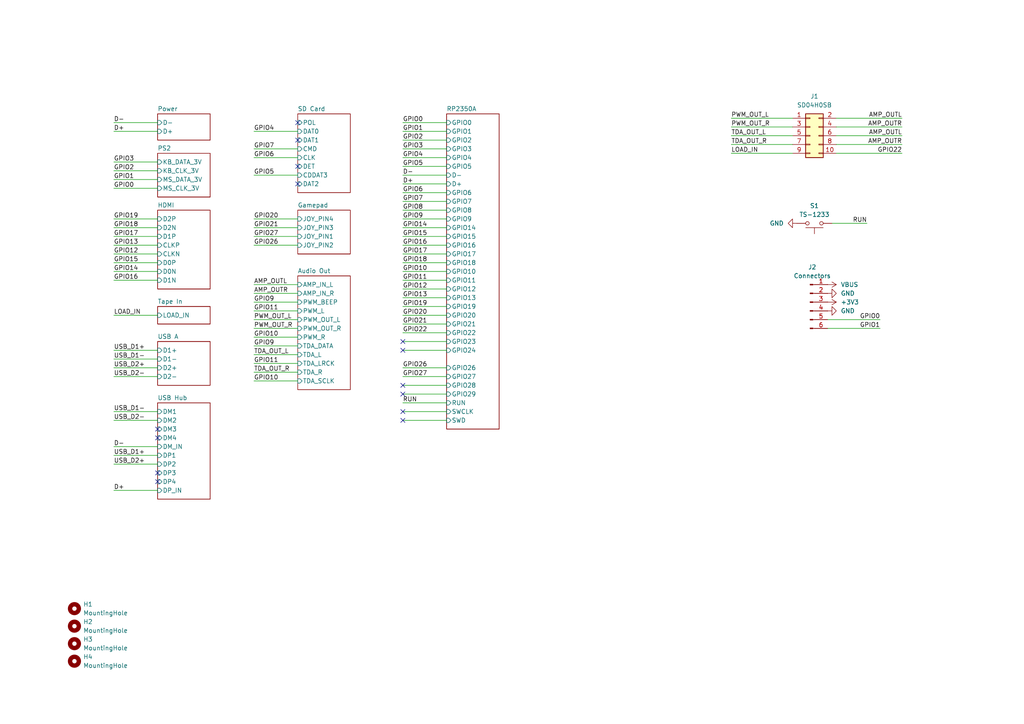
<source format=kicad_sch>
(kicad_sch (version 20250114) (generator "eeschema") (generator_version "9.0")
  (paper "A4")
  (title_block (title "MiniFRANK RM24") (date "2025-03-14") (rev "1.00") (company "Mikhail Matveev") (comment 1 "https://github.com/xtremespb/frank"))
  (lib_symbols
    (symbol "Connector:Conn_01x06_Pin" (pin_names (offset 1.016) (hide yes))
      (property "Reference" "J" (at 0 7.62 0))
      (property "Value" "Conn_01x06_Pin" (at 0 -10.16 0))
      (symbol "Conn_01x06_Pin_1_1"
        (rectangle (start 0.8636 5.207) (end 0 4.953) (stroke (width 0.1524)) (fill (type outline)))
        (rectangle (start 0.8636 2.667) (end 0 2.413) (stroke (width 0.1524)) (fill (type outline)))
        (rectangle (start 0.8636 0.127) (end 0 -0.127) (stroke (width 0.1524)) (fill (type outline)))
        (rectangle (start 0.8636 -2.413) (end 0 -2.667) (stroke (width 0.1524)) (fill (type outline)))
        (rectangle (start 0.8636 -4.953) (end 0 -5.207) (stroke (width 0.1524)) (fill (type outline)))
        (rectangle (start 0.8636 -7.493) (end 0 -7.747) (stroke (width 0.1524)) (fill (type outline)))
        (polyline (pts (xy 1.27 5.08) (xy 0.8636 5.08)) (stroke (width 0.1524)))
        (polyline (pts (xy 1.27 2.54) (xy 0.8636 2.54)) (stroke (width 0.1524)))
        (polyline (pts (xy 1.27 0) (xy 0.8636 0)) (stroke (width 0.1524)))
        (polyline (pts (xy 1.27 -2.54) (xy 0.8636 -2.54)) (stroke (width 0.1524)))
        (polyline (pts (xy 1.27 -5.08) (xy 0.8636 -5.08)) (stroke (width 0.1524)))
        (polyline (pts (xy 1.27 -7.62) (xy 0.8636 -7.62)) (stroke (width 0.1524)))
        (pin passive line (at 5.08 5.08 180) (length 3.81) (name "Pin_1") (number "1"))
        (pin passive line (at 5.08 2.54 180) (length 3.81) (name "Pin_2") (number "2"))
        (pin passive line (at 5.08 0 180) (length 3.81) (name "Pin_3") (number "3"))
        (pin passive line (at 5.08 -2.54 180) (length 3.81) (name "Pin_4") (number "4"))
        (pin passive line (at 5.08 -5.08 180) (length 3.81) (name "Pin_5") (number "5"))
        (pin passive line (at 5.08 -7.62 180) (length 3.81) (name "Pin_6") (number "6"))
      )
    )
    (symbol "Connector_Generic:Conn_02x05_Odd_Even" (pin_names (offset 1.016) (hide yes))
      (property "Reference" "J" (at 1.27 7.62 0))
      (property "Value" "Conn_02x05_Odd_Even" (at 1.27 -7.62 0))
      (symbol "Conn_02x05_Odd_Even_1_1"
        (rectangle (start -1.27 6.35) (end 3.81 -6.35) (stroke (width 0.254)) (fill (type background)))
        (rectangle (start -1.27 5.207) (end 0 4.953) (stroke (width 0.1524)))
        (rectangle (start -1.27 2.667) (end 0 2.413) (stroke (width 0.1524)))
        (rectangle (start -1.27 0.127) (end 0 -0.127) (stroke (width 0.1524)))
        (rectangle (start -1.27 -2.413) (end 0 -2.667) (stroke (width 0.1524)))
        (rectangle (start -1.27 -4.953) (end 0 -5.207) (stroke (width 0.1524)))
        (rectangle (start 3.81 5.207) (end 2.54 4.953) (stroke (width 0.1524)))
        (rectangle (start 3.81 2.667) (end 2.54 2.413) (stroke (width 0.1524)))
        (rectangle (start 3.81 0.127) (end 2.54 -0.127) (stroke (width 0.1524)))
        (rectangle (start 3.81 -2.413) (end 2.54 -2.667) (stroke (width 0.1524)))
        (rectangle (start 3.81 -4.953) (end 2.54 -5.207) (stroke (width 0.1524)))
        (pin passive line (at -5.08 5.08 0) (length 3.81) (name "Pin_1") (number "1"))
        (pin passive line (at -5.08 2.54 0) (length 3.81) (name "Pin_3") (number "3"))
        (pin passive line (at -5.08 0 0) (length 3.81) (name "Pin_5") (number "5"))
        (pin passive line (at -5.08 -2.54 0) (length 3.81) (name "Pin_7") (number "7"))
        (pin passive line (at -5.08 -5.08 0) (length 3.81) (name "Pin_9") (number "9"))
        (pin passive line (at 7.62 5.08 180) (length 3.81) (name "Pin_2") (number "2"))
        (pin passive line (at 7.62 2.54 180) (length 3.81) (name "Pin_4") (number "4"))
        (pin passive line (at 7.62 0 180) (length 3.81) (name "Pin_6") (number "6"))
        (pin passive line (at 7.62 -2.54 180) (length 3.81) (name "Pin_8") (number "8"))
        (pin passive line (at 7.62 -5.08 180) (length 3.81) (name "Pin_10") (number "10"))
      )
    )
    (symbol "GND_1" (power) (pin_numbers (hide yes)) (pin_names (offset 0) (hide yes))
      (property "Value" "GND" (at 0 -3.81 0))
      (symbol "GND_1_0_1"
        (polyline (pts (xy 0 0) (xy 0 -1.27) (xy 1.27 -1.27) (xy 0 -2.54) (xy -1.27 -1.27) (xy 0 -1.27)))
      )
      (symbol "GND_1_1_1"
        (pin power_in line (at 0 0 270) (length 0) (name "~") (number "1"))
      )
    )
    (symbol "Mechanical:MountingHole" (pin_names (offset 1.016)) (exclude_from_sim yes) (in_bom no)
      (property "Reference" "H" (at 0 5.08 0))
      (property "Value" "MountingHole" (at 0 3.175 0))
      (symbol "MountingHole_0_1"
        (circle (center 0 0) (radius 1.27) (stroke (width 1.27)))
      )
    )
    (symbol "Switch:SW_Push" (pin_numbers (hide yes)) (pin_names (offset 1.016) (hide yes))
      (property "Reference" "SW" (at 1.27 2.54 0))
      (property "Value" "SW_Push" (at 0 -1.524 0))
      (symbol "SW_Push_0_1"
        (circle (center -2.032 0) (radius 0.508))
        (polyline (pts (xy 0 1.27) (xy 0 3.048)))
        (circle (center 2.032 0) (radius 0.508))
        (polyline (pts (xy 2.54 1.27) (xy -2.54 1.27)))
        (pin passive line (at -5.08 0 0) (length 2.54) (name "1") (number "1"))
        (pin passive line (at 5.08 0 180) (length 2.54) (name "2") (number "2"))
      )
    )
    (symbol "power:+3V3" (power) (pin_numbers (hide yes)) (pin_names (offset 0) (hide yes))
      (property "Value" "+3V3" (at 0 3.556 0))
      (symbol "+3V3_0_1"
        (polyline (pts (xy -0.762 1.27) (xy 0 2.54)))
        (polyline (pts (xy 0 2.54) (xy 0.762 1.27)))
        (polyline (pts (xy 0 0) (xy 0 2.54)))
      )
      (symbol "+3V3_1_1"
        (pin power_in line (at 0 0 90) (length 0) (name "~") (number "1"))
      )
    )
    (symbol "power:GND" (power) (pin_numbers (hide yes)) (pin_names (offset 0) (hide yes))
      (property "Value" "GND" (at 0 -3.81 0))
      (symbol "GND_0_1"
        (polyline (pts (xy 0 0) (xy 0 -1.27) (xy 1.27 -1.27) (xy 0 -2.54) (xy -1.27 -1.27) (xy 0 -1.27)))
      )
      (symbol "GND_1_1"
        (pin power_in line (at 0 0 270) (length 0) (name "~") (number "1"))
      )
    )
    (symbol "power:VBUS" (power) (pin_numbers (hide yes)) (pin_names (offset 0) (hide yes))
      (property "Value" "VBUS" (at 0 3.556 0))
      (symbol "VBUS_0_1"
        (polyline (pts (xy -0.762 1.27) (xy 0 2.54)))
        (polyline (pts (xy 0 2.54) (xy 0.762 1.27)))
        (polyline (pts (xy 0 0) (xy 0 2.54)))
      )
      (symbol "VBUS_1_1"
        (pin power_in line (at 0 0 90) (length 0) (name "~") (number "1"))
      )
    )
  )
  (no_connect (at 45.72 139.7))
  (no_connect (at 116.84 99.06))
  (no_connect (at 86.36 53.34))
  (no_connect (at 45.72 137.16))
  (no_connect (at 116.84 119.38))
  (no_connect (at 116.84 101.6))
  (no_connect (at 45.72 127))
  (no_connect (at 86.36 40.64))
  (no_connect (at 45.72 124.46))
  (no_connect (at 86.36 48.26))
  (no_connect (at 86.36 35.56))
  (no_connect (at 116.84 111.76))
  (no_connect (at 116.84 114.3))
  (no_connect (at 116.84 121.92))
  (wire (pts (xy 116.84 81.28) (xy 129.54 81.28)))
  (wire (pts (xy 116.84 38.1) (xy 129.54 38.1)))
  (wire (pts (xy 33.02 121.92) (xy 45.72 121.92)))
  (wire (pts (xy 73.66 110.49) (xy 86.36 110.49)))
  (wire (pts (xy 116.84 114.3) (xy 129.54 114.3)))
  (wire (pts (xy 116.84 60.96) (xy 129.54 60.96)))
  (wire (pts (xy 116.84 91.44) (xy 129.54 91.44)))
  (wire (pts (xy 33.02 142.24) (xy 45.72 142.24)))
  (wire (pts (xy 212.09 41.91) (xy 229.87 41.91)))
  (wire (pts (xy 116.84 63.5) (xy 129.54 63.5)))
  (wire (pts (xy 33.02 81.28) (xy 45.72 81.28)))
  (wire (pts (xy 241.3 64.77) (xy 251.46 64.77)))
  (wire (pts (xy 73.66 82.55) (xy 86.36 82.55)))
  (wire (pts (xy 33.02 54.61) (xy 45.72 54.61)))
  (wire (pts (xy 33.02 129.54) (xy 45.72 129.54)))
  (wire (pts (xy 116.84 106.68) (xy 129.54 106.68)))
  (wire (pts (xy 73.66 85.09) (xy 86.36 85.09)))
  (wire (pts (xy 33.02 76.2) (xy 45.72 76.2)))
  (wire (pts (xy 33.02 66.04) (xy 45.72 66.04)))
  (wire (pts (xy 33.02 46.99) (xy 45.72 46.99)))
  (wire (pts (xy 116.84 109.22) (xy 129.54 109.22)))
  (wire (pts (xy 33.02 63.5) (xy 45.72 63.5)))
  (wire (pts (xy 33.02 71.12) (xy 45.72 71.12)))
  (wire (pts (xy 116.84 50.8) (xy 129.54 50.8)))
  (wire (pts (xy 73.66 102.87) (xy 86.36 102.87)))
  (wire (pts (xy 73.66 43.18) (xy 86.36 43.18)))
  (wire (pts (xy 212.09 44.45) (xy 229.87 44.45)))
  (wire (pts (xy 116.84 116.84) (xy 129.54 116.84)))
  (wire (pts (xy 73.66 105.41) (xy 86.36 105.41)))
  (wire (pts (xy 33.02 106.68) (xy 45.72 106.68)))
  (wire (pts (xy 33.02 109.22) (xy 45.72 109.22)))
  (wire (pts (xy 73.66 95.25) (xy 86.36 95.25)))
  (wire (pts (xy 116.84 121.92) (xy 129.54 121.92)))
  (wire (pts (xy 33.02 104.14) (xy 45.72 104.14)))
  (wire (pts (xy 33.02 91.44) (xy 45.72 91.44)))
  (wire (pts (xy 73.66 87.63) (xy 86.36 87.63)))
  (wire (pts (xy 33.02 38.1) (xy 45.72 38.1)))
  (wire (pts (xy 116.84 86.36) (xy 129.54 86.36)))
  (wire (pts (xy 116.84 101.6) (xy 129.54 101.6)))
  (wire (pts (xy 116.84 48.26) (xy 129.54 48.26)))
  (wire (pts (xy 33.02 49.53) (xy 45.72 49.53)))
  (wire (pts (xy 116.84 96.52) (xy 129.54 96.52)))
  (wire (pts (xy 116.84 35.56) (xy 129.54 35.56)))
  (wire (pts (xy 73.66 68.58) (xy 86.36 68.58)))
  (wire (pts (xy 116.84 76.2) (xy 129.54 76.2)))
  (wire (pts (xy 116.84 55.88) (xy 129.54 55.88)))
  (wire (pts (xy 33.02 35.56) (xy 45.72 35.56)))
  (wire (pts (xy 33.02 68.58) (xy 45.72 68.58)))
  (wire (pts (xy 242.57 36.83) (xy 261.62 36.83)))
  (wire (pts (xy 33.02 119.38) (xy 45.72 119.38)))
  (wire (pts (xy 116.84 93.98) (xy 129.54 93.98)))
  (wire (pts (xy 33.02 78.74) (xy 45.72 78.74)))
  (wire (pts (xy 73.66 63.5) (xy 86.36 63.5)))
  (wire (pts (xy 116.84 45.72) (xy 129.54 45.72)))
  (wire (pts (xy 116.84 58.42) (xy 129.54 58.42)))
  (wire (pts (xy 73.66 38.1) (xy 86.36 38.1)))
  (wire (pts (xy 73.66 66.04) (xy 86.36 66.04)))
  (wire (pts (xy 116.84 53.34) (xy 129.54 53.34)))
  (wire (pts (xy 116.84 88.9) (xy 129.54 88.9)))
  (wire (pts (xy 116.84 43.18) (xy 129.54 43.18)))
  (wire (pts (xy 73.66 97.79) (xy 86.36 97.79)))
  (wire (pts (xy 242.57 34.29) (xy 261.62 34.29)))
  (wire (pts (xy 73.66 90.17) (xy 86.36 90.17)))
  (wire (pts (xy 33.02 132.08) (xy 45.72 132.08)))
  (wire (pts (xy 240.03 95.25) (xy 255.27 95.25)))
  (wire (pts (xy 33.02 134.62) (xy 45.72 134.62)))
  (wire (pts (xy 116.84 68.58) (xy 129.54 68.58)))
  (wire (pts (xy 116.84 40.64) (xy 129.54 40.64)))
  (wire (pts (xy 212.09 36.83) (xy 229.87 36.83)))
  (wire (pts (xy 116.84 99.06) (xy 129.54 99.06)))
  (wire (pts (xy 33.02 73.66) (xy 45.72 73.66)))
  (wire (pts (xy 116.84 119.38) (xy 129.54 119.38)))
  (wire (pts (xy 73.66 71.12) (xy 86.36 71.12)))
  (wire (pts (xy 33.02 52.07) (xy 45.72 52.07)))
  (wire (pts (xy 212.09 39.37) (xy 229.87 39.37)))
  (wire (pts (xy 242.57 39.37) (xy 261.62 39.37)))
  (wire (pts (xy 242.57 44.45) (xy 261.62 44.45)))
  (wire (pts (xy 116.84 71.12) (xy 129.54 71.12)))
  (wire (pts (xy 73.66 50.8) (xy 86.36 50.8)))
  (wire (pts (xy 73.66 100.33) (xy 86.36 100.33)))
  (wire (pts (xy 240.03 92.71) (xy 255.27 92.71)))
  (wire (pts (xy 242.57 41.91) (xy 261.62 41.91)))
  (wire (pts (xy 116.84 66.04) (xy 129.54 66.04)))
  (wire (pts (xy 212.09 34.29) (xy 229.87 34.29)))
  (wire (pts (xy 116.84 73.66) (xy 129.54 73.66)))
  (wire (pts (xy 73.66 45.72) (xy 86.36 45.72)))
  (wire (pts (xy 73.66 92.71) (xy 86.36 92.71)))
  (wire (pts (xy 73.66 107.95) (xy 86.36 107.95)))
  (wire (pts (xy 116.84 111.76) (xy 129.54 111.76)))
  (wire (pts (xy 33.02 101.6) (xy 45.72 101.6)))
  (wire (pts (xy 116.84 83.82) (xy 129.54 83.82)))
  (wire (pts (xy 116.84 78.74) (xy 129.54 78.74)))
  (label "GPIO6" (at 73.66 45.72 0))
  (label "GPIO8" (at 116.84 60.96 0))
  (label "PWM_OUT_L" (at 73.66 92.71 0))
  (label "GPIO19" (at 116.84 88.9 0))
  (label "GPIO26" (at 73.66 71.12 0))
  (label "GPIO16" (at 116.84 71.12 0))
  (label "D+" (at 33.02 38.1 0))
  (label "GPIO9" (at 116.84 63.5 0))
  (label "AMP_OUTR" (at 261.62 41.91 180))
  (label "GPIO5" (at 116.84 48.26 0))
  (label "GPIO18" (at 33.02 66.04 0))
  (label "GPIO12" (at 116.84 83.82 0))
  (label "GPIO22" (at 116.84 96.52 0))
  (label "RUN" (at 116.84 116.84 0))
  (label "GPIO13" (at 33.02 71.12 0))
  (label "GPIO10" (at 73.66 110.49 0))
  (label "GPIO11" (at 73.66 105.41 0))
  (label "USB_D2+" (at 33.02 106.68 0))
  (label "LOAD_IN" (at 212.09 44.45 0))
  (label "D-" (at 33.02 129.54 0))
  (label "GPIO18" (at 116.84 76.2 0))
  (label "USB_D2-" (at 33.02 109.22 0))
  (label "USB_D2+" (at 33.02 134.62 0))
  (label "PWM_OUT_R" (at 73.66 95.25 0))
  (label "GPIO11" (at 116.84 81.28 0))
  (label "GPIO10" (at 73.66 97.79 0))
  (label "USB_D1+" (at 33.02 132.08 0))
  (label "GPIO16" (at 33.02 81.28 0))
  (label "PWM_OUT_R" (at 212.09 36.83 0))
  (label "LOAD_IN" (at 33.02 91.44 0))
  (label "GPIO21" (at 116.84 93.98 0))
  (label "GPIO5" (at 73.66 50.8 0))
  (label "AMP_OUTR" (at 73.66 85.09 0))
  (label "GPIO15" (at 116.84 68.58 0))
  (label "GPIO4" (at 73.66 38.1 0))
  (label "USB_D1-" (at 33.02 119.38 0))
  (label "TDA_OUT_R" (at 212.09 41.91 0))
  (label "GPIO27" (at 116.84 109.22 0))
  (label "GPIO15" (at 33.02 76.2 0))
  (label "GPIO9" (at 73.66 100.33 0))
  (label "GPIO14" (at 116.84 66.04 0))
  (label "D+" (at 33.02 142.24 0))
  (label "GPIO13" (at 116.84 86.36 0))
  (label "GPIO4" (at 116.84 45.72 0))
  (label "GPIO3" (at 33.02 46.99 0))
  (label "GPIO14" (at 33.02 78.74 0))
  (label "GPIO0" (at 116.84 35.56 0))
  (label "AMP_OUTR" (at 261.62 36.83 180))
  (label "AMP_OUTL" (at 261.62 34.29 180))
  (label "GPIO26" (at 116.84 106.68 0))
  (label "PWM_OUT_L" (at 212.09 34.29 0))
  (label "GPIO7" (at 73.66 43.18 0))
  (label "GPIO12" (at 33.02 73.66 0))
  (label "USB_D1+" (at 33.02 101.6 0))
  (label "GPIO17" (at 33.02 68.58 0))
  (label "GPIO9" (at 73.66 87.63 0))
  (label "GPIO0" (at 255.27 92.71 180))
  (label "GPIO3" (at 116.84 43.18 0))
  (label "GPIO27" (at 73.66 68.58 0))
  (label "AMP_OUTL" (at 261.62 39.37 180))
  (label "TDA_OUT_L" (at 212.09 39.37 0))
  (label "GPIO20" (at 116.84 91.44 0))
  (label "GPIO1" (at 116.84 38.1 0))
  (label "GPIO7" (at 116.84 58.42 0))
  (label "TDA_OUT_L" (at 73.66 102.87 0))
  (label "GPIO10" (at 116.84 78.74 0))
  (label "AMP_OUTL" (at 73.66 82.55 0))
  (label "GPIO22" (at 261.62 44.45 180))
  (label "GPIO1" (at 33.02 52.07 0))
  (label "RUN" (at 251.46 64.77 180))
  (label "GPIO20" (at 73.66 63.5 0))
  (label "D-" (at 33.02 35.56 0))
  (label "GPIO21" (at 73.66 66.04 0))
  (label "D+" (at 116.84 53.34 0))
  (label "GPIO17" (at 116.84 73.66 0))
  (label "GPIO19" (at 33.02 63.5 0))
  (label "GPIO2" (at 116.84 40.64 0))
  (label "USB_D2-" (at 33.02 121.92 0))
  (label "GPIO2" (at 33.02 49.53 0))
  (label "D-" (at 116.84 50.8 0))
  (label "TDA_OUT_R" (at 73.66 107.95 0))
  (label "GPIO6" (at 116.84 55.88 0))
  (label "GPIO1" (at 255.27 95.25 180))
  (label "GPIO11" (at 73.66 90.17 0))
  (label "GPIO0" (at 33.02 54.61 0))
  (label "USB_D1-" (at 33.02 104.14 0))
  (symbol (lib_id "power:GND") (at 240.03 85.09 90) (unit 1)
    (property "Reference" "#PWR013" (effects (hide yes)))
    (property "Value" "GND" (at 243.84 85.0899 90) (effects (justify right)))
    (property "Description" "Power symbol creates a global label with name \"GND\" , ground" (effects (hide yes)))
  )
  (symbol (lib_name "GND_1") (lib_id "power:GND") (at 231.14 64.77 270) (unit 1)
    (property "Reference" "#PWR01" (effects (hide yes)))
    (property "Value" "GND" (at 227.33 64.7699 90) (effects (justify right)))
    (property "Description" "Power symbol creates a global label with name \"GND\" , ground" (effects (hide yes)))
  )
  (symbol (lib_id "power:GND") (at 240.03 90.17 90) (unit 1)
    (property "Reference" "#PWR016" (effects (hide yes)))
    (property "Value" "GND" (at 243.84 90.1699 90) (effects (justify right)))
    (property "Description" "Power symbol creates a global label with name \"GND\" , ground" (effects (hide yes)))
  )
  (symbol (lib_id "Connector_Generic:Conn_02x05_Odd_Even") (at 234.95 39.37 0) (unit 1)
    (property "Reference" "J1" (at 236.22 27.94 0))
    (property "Value" "SD04H0SB" (at 236.22 30.48 0))
    (property "Footprint" "FRANK:DIP Switch (5x5)" (effects (hide yes)))
    (property "Datasheet" "https://www.aliexpress.com/item/1005006144087226.html" (effects (hide yes)))
    (property "Description" "Generic connector, double row, 02x05, odd/even pin numbering scheme (row 1 odd numbers, row 2 even numbers), script generated (kicad-library-utils/schlib/autogen/connector/)" (effects (hide yes)))
    (property "AliExpress" "https://www.ckswitches.com/media/1324/sd.pdf" (effects (hide yes)))
  )
  (symbol (lib_id "Switch:SW_Push") (at 236.22 64.77 180) (unit 1)
    (property "Reference" "S1" (at 236.22 59.69 0))
    (property "Value" "TS-1233" (at 236.22 62.23 0))
    (property "Footprint" "FRANK:Button (SMD, 3x3mm, 1-1)" (effects (hide yes)))
    (property "Datasheet" "https://parts4laptops.eu/en/microbuttons/3300-microbutton-tact-switch-ts-1233-33x33x15mm-smt-mounting.html" (effects (hide yes)))
    (property "AliExpress" "https://www.aliexpress.com/item/1005007359248990.html" (effects (hide yes)))
  )
  (symbol (lib_id "Connector:Conn_01x06_Pin") (at 234.95 87.63 0) (unit 1)
    (property "Reference" "J2" (at 235.585 77.47 0))
    (property "Value" "Connectors" (at 235.585 80.01 0))
    (property "Footprint" "FRANK:Pin Header (1x06)" (effects (hide yes)))
    (property "Description" "Generic connector, single row, 01x06, script generated" (effects (hide yes)))
    (property "AliExpress" "https://www.aliexpress.com/item/1005007039504981.html" (effects (hide yes)))
  )
  (symbol (lib_id "power:+3V3") (at 240.03 87.63 270) (unit 1)
    (property "Reference" "#PWR015" (effects (hide yes)))
    (property "Value" "+3V3" (at 243.84 87.6299 90) (effects (justify left)))
    (property "Description" "Power symbol creates a global label with name \"+3V3\"" (effects (hide yes)))
  )
  (symbol (lib_id "Mechanical:MountingHole") (at 21.59 186.69 0) (unit 1) (exclude_from_sim yes) (in_bom no)
    (property "Reference" "H3" (at 24.13 185.4199 0) (effects (justify left)))
    (property "Value" "MountingHole" (at 24.13 187.9599 0) (effects (justify left)))
    (property "Footprint" "FRANK:Mounting Hole (2.7mm)" (effects (hide yes)))
    (property "Description" "Mounting Hole without connection" (effects (hide yes)))
  )
  (symbol (lib_id "Mechanical:MountingHole") (at 21.59 181.61 0) (unit 1) (exclude_from_sim yes) (in_bom no)
    (property "Reference" "H2" (at 24.13 180.3399 0) (effects (justify left)))
    (property "Value" "MountingHole" (at 24.13 182.8799 0) (effects (justify left)))
    (property "Footprint" "FRANK:Mounting Hole (2.7mm)" (effects (hide yes)))
    (property "Description" "Mounting Hole without connection" (effects (hide yes)))
  )
  (symbol (lib_id "Mechanical:MountingHole") (at 21.59 191.77 0) (unit 1) (exclude_from_sim yes) (in_bom no)
    (property "Reference" "H4" (at 24.13 190.4999 0) (effects (justify left)))
    (property "Value" "MountingHole" (at 24.13 193.0399 0) (effects (justify left)))
    (property "Footprint" "FRANK:Mounting Hole (2.7mm)" (effects (hide yes)))
    (property "Description" "Mounting Hole without connection" (effects (hide yes)))
  )
  (symbol (lib_id "power:VBUS") (at 240.03 82.55 270) (unit 1)
    (property "Reference" "#PWR012" (effects (hide yes)))
    (property "Value" "VBUS" (at 243.84 82.5499 90) (effects (justify left)))
    (property "Description" "Power symbol creates a global label with name \"VBUS\"" (effects (hide yes)))
  )
  (symbol (lib_id "Mechanical:MountingHole") (at 21.59 176.53 0) (unit 1) (exclude_from_sim yes) (in_bom no)
    (property "Reference" "H1" (at 24.13 175.2599 0) (effects (justify left)))
    (property "Value" "MountingHole" (at 24.13 177.7999 0) (effects (justify left)))
    (property "Footprint" "FRANK:Mounting Hole (2.7mm)" (effects (hide yes)))
    (property "Description" "Mounting Hole without connection" (effects (hide yes)))
  )
  (sheet (at 45.72 44.45) (size 15.24 12.7) (stroke (width 0.1524))
    (property "Sheetname" "PS2" (at 45.72 43.7384 0) (effects (justify left bottom)))
    (property "Sheetfile" "ps2.kicad_sch" (effects (hide yes)))
    (pin "KB_DATA_3V" input (at 45.72 46.99 180))
    (pin "KB_CLK_3V" input (at 45.72 49.53 180))
    (pin "MS_DATA_3V" input (at 45.72 52.07 180))
    (pin "MS_CLK_3V" input (at 45.72 54.61 180))
  )
  (sheet (at 86.36 80.01) (size 15.24 33.02) (stroke (width 0.1524))
    (property "Sheetname" "Audio Out" (at 86.36 79.2984 0) (effects (justify left bottom)))
    (property "Sheetfile" "audio.kicad_sch" (effects (hide yes)))
    (pin "AMP_IN_L" input (at 86.36 82.55 180))
    (pin "AMP_IN_R" input (at 86.36 85.09 180))
    (pin "PWM_BEEP" input (at 86.36 87.63 180))
    (pin "PWM_L" input (at 86.36 90.17 180))
    (pin "PWM_OUT_L" input (at 86.36 92.71 180))
    (pin "PWM_OUT_R" input (at 86.36 95.25 180))
    (pin "PWM_R" input (at 86.36 97.79 180))
    (pin "TDA_DATA" input (at 86.36 100.33 180))
    (pin "TDA_L" input (at 86.36 102.87 180))
    (pin "TDA_LRCK" input (at 86.36 105.41 180))
    (pin "TDA_R" input (at 86.36 107.95 180))
    (pin "TDA_SCLK" input (at 86.36 110.49 180))
  )
  (sheet (at 45.72 60.96) (size 15.24 22.86) (stroke (width 0.1524))
    (property "Sheetname" "HDMI" (at 45.72 60.2484 0) (effects (justify left bottom)))
    (property "Sheetfile" "hdmi.kicad_sch" (effects (hide yes)))
    (pin "D2P" input (at 45.72 63.5 180))
    (pin "D2N" input (at 45.72 66.04 180))
    (pin "D1P" input (at 45.72 68.58 180))
    (pin "CLKP" input (at 45.72 71.12 180))
    (pin "CLKN" input (at 45.72 73.66 180))
    (pin "D0P" input (at 45.72 76.2 180))
    (pin "D0N" input (at 45.72 78.74 180))
    (pin "D1N" input (at 45.72 81.28 180))
  )
  (sheet (at 86.36 33.02) (size 15.24 22.86) (stroke (width 0.1524))
    (property "Sheetname" "SD Card" (at 86.36 32.3084 0) (effects (justify left bottom)))
    (property "Sheetfile" "sd.kicad_sch" (effects (hide yes)))
    (pin "POL" input (at 86.36 35.56 180))
    (pin "DAT0" input (at 86.36 38.1 180))
    (pin "DAT1" input (at 86.36 40.64 180))
    (pin "CMD" input (at 86.36 43.18 180))
    (pin "CLK" input (at 86.36 45.72 180))
    (pin "DET" input (at 86.36 48.26 180))
    (pin "CDDAT3" input (at 86.36 50.8 180))
    (pin "DAT2" input (at 86.36 53.34 180))
  )
  (sheet (at 45.72 99.06) (size 15.24 12.7) (stroke (width 0.1524))
    (property "Sheetname" "USB A" (at 45.72 98.3484 0) (effects (justify left bottom)))
    (property "Sheetfile" "usbstack.kicad_sch" (effects (hide yes)))
    (pin "D1+" input (at 45.72 101.6 180))
    (pin "D1-" input (at 45.72 104.14 180))
    (pin "D2+" input (at 45.72 106.68 180))
    (pin "D2-" input (at 45.72 109.22 180))
  )
  (sheet (at 45.72 116.84) (size 15.24 27.94) (stroke (width 0.1524))
    (property "Sheetname" "USB Hub" (at 45.72 116.1284 0) (effects (justify left bottom)))
    (property "Sheetfile" "usb_hub.kicad_sch" (effects (hide yes)))
    (pin "DM1" input (at 45.72 119.38 180))
    (pin "DM2" input (at 45.72 121.92 180))
    (pin "DM3" input (at 45.72 124.46 180))
    (pin "DM4" input (at 45.72 127 180))
    (pin "DM_IN" input (at 45.72 129.54 180))
    (pin "DP1" input (at 45.72 132.08 180))
    (pin "DP2" input (at 45.72 134.62 180))
    (pin "DP3" input (at 45.72 137.16 180))
    (pin "DP4" input (at 45.72 139.7 180))
    (pin "DP_IN" input (at 45.72 142.24 180))
  )
  (sheet (at 45.72 33.02) (size 15.24 7.62) (stroke (width 0.1524))
    (property "Sheetname" "Power" (at 45.72 32.3084 0) (effects (justify left bottom)))
    (property "Sheetfile" "power.kicad_sch" (effects (hide yes)))
    (pin "D-" input (at 45.72 35.56 180))
    (pin "D+" input (at 45.72 38.1 180))
  )
  (sheet (at 129.54 33.02) (size 15.24 91.44) (stroke (width 0.1524))
    (property "Sheetname" "RP2350A" (at 129.54 32.3084 0) (effects (justify left bottom)))
    (property "Sheetfile" "rp2350a.kicad_sch" (effects (hide yes)))
    (pin "GPIO0" input (at 129.54 35.56 180))
    (pin "GPIO1" input (at 129.54 38.1 180))
    (pin "GPIO2" input (at 129.54 40.64 180))
    (pin "GPIO3" input (at 129.54 43.18 180))
    (pin "GPIO4" input (at 129.54 45.72 180))
    (pin "GPIO5" input (at 129.54 48.26 180))
    (pin "D-" input (at 129.54 50.8 180))
    (pin "D+" input (at 129.54 53.34 180))
    (pin "GPIO6" input (at 129.54 55.88 180))
    (pin "GPIO7" input (at 129.54 58.42 180))
    (pin "GPIO8" input (at 129.54 60.96 180))
    (pin "GPIO9" input (at 129.54 63.5 180))
    (pin "GPIO14" input (at 129.54 66.04 180))
    (pin "GPIO15" input (at 129.54 68.58 180))
    (pin "GPIO16" input (at 129.54 71.12 180))
    (pin "GPIO17" input (at 129.54 73.66 180))
    (pin "GPIO18" input (at 129.54 76.2 180))
    (pin "GPIO10" input (at 129.54 78.74 180))
    (pin "GPIO11" input (at 129.54 81.28 180))
    (pin "GPIO12" input (at 129.54 83.82 180))
    (pin "GPIO13" input (at 129.54 86.36 180))
    (pin "GPIO19" input (at 129.54 88.9 180))
    (pin "GPIO20" input (at 129.54 91.44 180))
    (pin "GPIO21" input (at 129.54 93.98 180))
    (pin "GPIO22" input (at 129.54 96.52 180))
    (pin "GPIO23" input (at 129.54 99.06 180))
    (pin "GPIO24" input (at 129.54 101.6 180))
    (pin "GPIO26" input (at 129.54 106.68 180))
    (pin "GPIO27" input (at 129.54 109.22 180))
    (pin "GPIO28" input (at 129.54 111.76 180))
    (pin "GPIO29" input (at 129.54 114.3 180))
    (pin "RUN" input (at 129.54 116.84 180))
    (pin "SWCLK" input (at 129.54 119.38 180))
    (pin "SWD" input (at 129.54 121.92 180))
  )
  (sheet (at 45.72 88.9) (size 15.24 5.08) (stroke (width 0.1524))
    (property "Sheetname" "Tape In" (at 45.72 88.1884 0) (effects (justify left bottom)))
    (property "Sheetfile" "tape.kicad_sch" (effects (hide yes)))
    (pin "LOAD_IN" input (at 45.72 91.44 180))
  )
  (sheet (at 86.36 60.96) (size 15.24 12.7) (stroke (width 0.1524))
    (property "Sheetname" "Gamepad" (at 86.36 60.2484 0) (effects (justify left bottom)))
    (property "Sheetfile" "gamepad.kicad_sch" (effects (hide yes)))
    (pin "JOY_PIN4" input (at 86.36 63.5 180))
    (pin "JOY_PIN3" input (at 86.36 66.04 180))
    (pin "JOY_PIN1" input (at 86.36 68.58 180))
    (pin "JOY_PIN2" input (at 86.36 71.12 180))
  )
)
</source>
